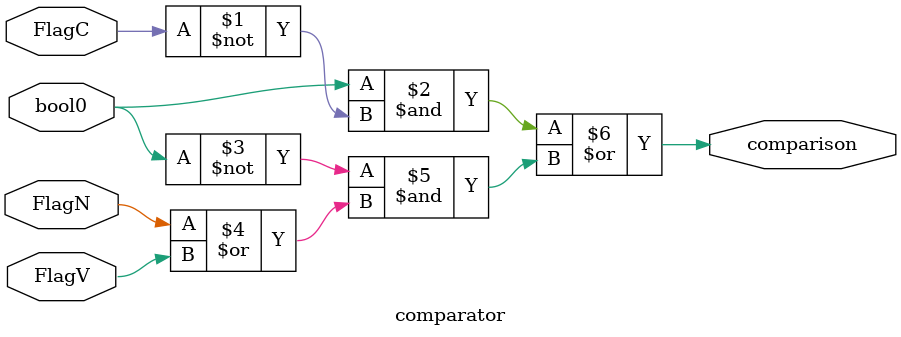
<source format=sv>
module comparator (
   input wire FlagN, FlagV, FlagC, bool0,
   output wire comparison
);

   assign comparison = (bool0 & ~FlagC) | (~bool0 & (FlagN | FlagV)) ;

endmodule
</source>
